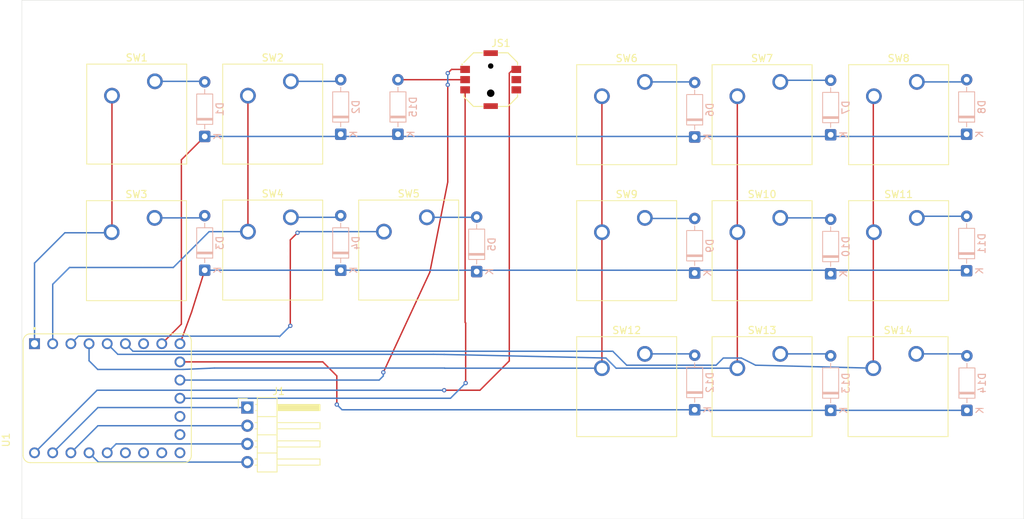
<source format=kicad_pcb>
(kicad_pcb (version 20241229) (generator "pcbnew") (generator_version "9.0")
  (layers (0 "F.Cu" signal) (2 "B.Cu" signal) (13 "F.Paste" user) (15 "B.Paste" user) (5 "F.SilkS" user "F.Silkscreen") (7 "B.SilkS" user "B.Silkscreen") (1 "F.Mask" user) (3 "B.Mask" user) (25 "Edge.Cuts" user))
  (net 0 "")
  (net 1 "Net-(D1-A)")
  (net 2 "row1")
  (net 3 "Net-(D2-A)")
  (net 4 "Net-(D3-A)")
  (net 5 "Net-(D4-A)")
  (net 6 "row0")
  (net 7 "Net-(D5-A)")
  (net 8 "Net-(D6-A)")
  (net 9 "Net-(D7-A)")
  (net 10 "Net-(D8-A)")
  (net 11 "Net-(D9-A)")
  (net 12 "Net-(D10-A)")
  (net 13 "Net-(D11-A)")
  (net 14 "row2")
  (net 15 "Net-(D12-A)")
  (net 16 "Net-(D13-A)")
  (net 17 "Net-(D14-A)")
  (net 18 "/SDA")
  (net 19 "/3V3")
  (net 20 "/SCL")
  (net 21 "/GND")
  (net 25 "/col0")
  (net 29 "/col2")
  (net 30 "/col1")
  (net 31 "/col3")
  (net 32 "/col4")
  (net 34 "/col5")
  (net 35 "/JS_Y")
  (net 36 "/JS_X")
  (net 37 "/JS1VCC")
  (net 38 "Net-(D15-A)")
  (footprint "RP2040-ZERO:MODULE_RP2040-ZERO" (layer "F.Cu") (at 93.42 115.62 90)
    (property "Reference" "U1" (at -5.825 -14.135 90) (layer "F.SilkS"))
    (property "Value" "RP2040-ZERO")
    (fp_line (start 8 -11.75) (end -8 -11.75) (stroke (width 0.127)) (layer "F.SilkS"))
    (fp_line (start -9 -10.75) (end -9 10.75) (stroke (width 0.127)) (layer "F.SilkS"))
    (fp_line (start 9 10.75) (end 9 -10.75) (stroke (width 0.127)) (layer "F.SilkS"))
    (fp_line (start -8 11.75) (end 8 11.75) (stroke (width 0.127)) (layer "F.SilkS"))
    (fp_arc (start 8 -11.75) (mid 8.707107 -11.457107) (end 9 -10.75) (stroke (width 0.127)) (layer "F.SilkS"))
    (fp_arc (start -9 -10.75) (mid -8.707107 -11.457107) (end -8 -11.75) (stroke (width 0.127)) (layer "F.SilkS"))
    (fp_arc (start 9 10.75) (mid 8.707107 11.457107) (end 8 11.75) (stroke (width 0.127)) (layer "F.SilkS"))
    (fp_arc (start -8 11.75) (mid -8.707107 11.457107) (end -9 10.75) (stroke (width 0.127)) (layer "F.SilkS"))
    (fp_circle (center 9.75 -10.16) (end 9.85 -10.16) (stroke (width 0.2)) (fill no) (layer "F.SilkS"))
    (pad "1" thru_hole rect (at 7.62 -10.16 90) (size 1.508 1.508) (drill 1) (layers "*.Cu" "*.Mask") (net 25 "/col0"))
    (pad "2" thru_hole circle (at 7.62 -7.62 90) (size 1.508 1.508) (drill 1) (layers "*.Cu" "*.Mask") (net 30 "/col1"))
    (pad "3" thru_hole circle (at 7.62 -5.08 90) (size 1.508 1.508) (drill 1) (layers "*.Cu" "*.Mask") (net 29 "/col2"))
    (pad "4" thru_hole circle (at 7.62 -2.54 90) (size 1.508 1.508) (drill 1) (layers "*.Cu" "*.Mask") (net 31 "/col3"))
    (pad "5" thru_hole circle (at 7.62 0 90) (size 1.508 1.508) (drill 1) (layers "*.Cu" "*.Mask") (net 32 "/col4"))
    (pad "6" thru_hole circle (at 7.62 2.54 90) (size 1.508 1.508) (drill 1) (layers "*.Cu" "*.Mask") (net 34 "/col5"))
    (pad "7" thru_hole circle (at 7.62 5.08 90) (size 1.508 1.508) (drill 1) (layers "*.Cu" "*.Mask"))
    (pad "8" thru_hole circle (at 7.62 7.62 90) (size 1.508 1.508) (drill 1) (layers "*.Cu" "*.Mask") (net 6 "row0"))
    (pad "9" thru_hole circle (at 7.62 10.16 90) (size 1.508 1.508) (drill 1) (layers "*.Cu" "*.Mask") (net 2 "row1"))
    (pad "10" thru_hole circle (at 5.08 10.16 90) (size 1.508 1.508) (drill 1) (layers "*.Cu" "*.Mask") (net 14 "row2"))
    (pad "11" thru_hole circle (at 2.54 10.16 90) (size 1.508 1.508) (drill 1) (layers "*.Cu" "*.Mask") (net 36 "/JS_X"))
    (pad "12" thru_hole circle (at 0 10.16 90) (size 1.508 1.508) (drill 1) (layers "*.Cu" "*.Mask") (net 35 "/JS_Y"))
    (pad "13" thru_hole circle (at -2.54 10.16 90) (size 1.508 1.508) (drill 1) (layers "*.Cu" "*.Mask"))
    (pad "14" thru_hole circle (at -5.08 10.16 90) (size 1.508 1.508) (drill 1) (layers "*.Cu" "*.Mask"))
    (pad "15" thru_hole circle (at -7.62 10.16 90) (size 1.508 1.508) (drill 1) (layers "*.Cu" "*.Mask"))
    (pad "16" thru_hole circle (at -7.62 7.62 90) (size 1.508 1.508) (drill 1) (layers "*.Cu" "*.Mask"))
    (pad "17" thru_hole circle (at -7.62 5.08 90) (size 1.508 1.508) (drill 1) (layers "*.Cu" "*.Mask"))
    (pad "18" thru_hole circle (at -7.62 2.54 90) (size 1.508 1.508) (drill 1) (layers "*.Cu" "*.Mask"))
    (pad "19" thru_hole circle (at -7.62 0 90) (size 1.508 1.508) (drill 1) (layers "*.Cu" "*.Mask") (net 20 "/SCL"))
    (pad "20" thru_hole circle (at -7.62 -2.54 90) (size 1.508 1.508) (drill 1) (layers "*.Cu" "*.Mask") (net 18 "/SDA"))
    (pad "21" thru_hole circle (at -7.62 -5.08 90) (size 1.508 1.508) (drill 1) (layers "*.Cu" "*.Mask") (net 19 "/3V3"))
    (pad "22" thru_hole circle (at -7.62 -7.62 90) (size 1.508 1.508) (drill 1) (layers "*.Cu" "*.Mask") (net 21 "/GND"))
    (pad "23" thru_hole circle (at -7.62 -10.16 90) (size 1.508 1.508) (drill 1) (layers "*.Cu" "*.Mask") (net 37 "/JS1VCC"))
  )
  (footprint "Button_Switch_Keyboard:SW_Cherry_MX_1.00u_PCB" (layer "F.Cu") (at 187.46 108.92)
    (property "Reference" "SW13" (at -2.54 -2.794 0) (layer "F.SilkS"))
    (property "Value" "SW_Push")
    (fp_line (start -9.525 -1.905) (end 4.445 -1.905) (stroke (width 0.12)) (layer "F.SilkS"))
    (fp_line (start -9.525 12.065) (end -9.525 -1.905) (stroke (width 0.12)) (layer "F.SilkS"))
    (fp_line (start 4.445 -1.905) (end 4.445 12.065) (stroke (width 0.12)) (layer "F.SilkS"))
    (fp_line (start 4.445 12.065) (end -9.525 12.065) (stroke (width 0.12)) (layer "F.SilkS"))
    (pad "" np_thru_hole circle (at -7.62 5.08) (size 1.7 1.7) (drill 1.7) (layers "*.Cu" "*.Mask"))
    (pad "" np_thru_hole circle (at -2.54 5.08) (size 4 4) (drill 4) (layers "*.Cu" "*.Mask"))
    (pad "" np_thru_hole circle (at 2.54 5.08) (size 1.7 1.7) (drill 1.7) (layers "*.Cu" "*.Mask"))
    (pad "1" thru_hole circle (at -6 2.5) (size 2.2 2.2) (drill 1.5) (layers "*.Cu" "*.Mask") (net 32 "/col4"))
    (pad "2" thru_hole circle (at 0 0.5) (size 2.2 2.2) (drill 1.5) (layers "*.Cu" "*.Mask") (net 16 "Net-(D13-A)"))
  )
  (footprint "Button_Switch_Keyboard:SW_Cherry_MX_1.00u_PCB" (layer "F.Cu") (at 206.54 70.92)
    (property "Reference" "SW8" (at -2.54 -2.794 0) (layer "F.SilkS"))
    (property "Value" "SW_Push")
    (fp_line (start -9.525 -1.905) (end 4.445 -1.905) (stroke (width 0.12)) (layer "F.SilkS"))
    (fp_line (start -9.525 12.065) (end -9.525 -1.905) (stroke (width 0.12)) (layer "F.SilkS"))
    (fp_line (start 4.445 -1.905) (end 4.445 12.065) (stroke (width 0.12)) (layer "F.SilkS"))
    (fp_line (start 4.445 12.065) (end -9.525 12.065) (stroke (width 0.12)) (layer "F.SilkS"))
    (pad "" np_thru_hole circle (at -7.62 5.08) (size 1.7 1.7) (drill 1.7) (layers "*.Cu" "*.Mask"))
    (pad "" np_thru_hole circle (at -2.54 5.08) (size 4 4) (drill 4) (layers "*.Cu" "*.Mask"))
    (pad "" np_thru_hole circle (at 2.54 5.08) (size 1.7 1.7) (drill 1.7) (layers "*.Cu" "*.Mask"))
    (pad "1" thru_hole circle (at -6 2.5) (size 2.2 2.2) (drill 1.5) (layers "*.Cu" "*.Mask") (net 34 "/col5"))
    (pad "2" thru_hole circle (at 0 0.5) (size 2.2 2.2) (drill 1.5) (layers "*.Cu" "*.Mask") (net 10 "Net-(D8-A)"))
  )
  (footprint "Button_Switch_Keyboard:SW_Cherry_MX_1.00u_PCB" (layer "F.Cu") (at 119.08 89.84)
    (property "Reference" "SW4" (at -2.54 -2.794 0) (layer "F.SilkS"))
    (property "Value" "SW_Push" (hide yes))
    (fp_line (start -9.525 -1.905) (end 4.445 -1.905) (stroke (width 0.12)) (layer "F.SilkS"))
    (fp_line (start -9.525 12.065) (end -9.525 -1.905) (stroke (width 0.12)) (layer "F.SilkS"))
    (fp_line (start 4.445 -1.905) (end 4.445 12.065) (stroke (width 0.12)) (layer "F.SilkS"))
    (fp_line (start 4.445 12.065) (end -9.525 12.065) (stroke (width 0.12)) (layer "F.SilkS"))
    (pad "" np_thru_hole circle (at -7.62 5.08) (size 1.7 1.7) (drill 1.7) (layers "*.Cu" "*.Mask"))
    (pad "" np_thru_hole circle (at -2.54 5.08) (size 4 4) (drill 4) (layers "*.Cu" "*.Mask"))
    (pad "" np_thru_hole circle (at 2.54 5.08) (size 1.7 1.7) (drill 1.7) (layers "*.Cu" "*.Mask"))
    (pad "1" thru_hole circle (at -6 2.5) (size 2.2 2.2) (drill 1.5) (layers "*.Cu" "*.Mask") (net 30 "/col1"))
    (pad "2" thru_hole circle (at 0 0.5) (size 2.2 2.2) (drill 1.5) (layers "*.Cu" "*.Mask") (net 5 "Net-(D4-A)"))
  )
  (footprint "Button_Switch_Keyboard:SW_Cherry_MX_1.00u_PCB" (layer "F.Cu") (at 206.54 89.92)
    (property "Reference" "SW11" (at -2.54 -2.794 0) (layer "F.SilkS"))
    (property "Value" "SW_Push")
    (fp_line (start -9.525 -1.905) (end 4.445 -1.905) (stroke (width 0.12)) (layer "F.SilkS"))
    (fp_line (start -9.525 12.065) (end -9.525 -1.905) (stroke (width 0.12)) (layer "F.SilkS"))
    (fp_line (start 4.445 -1.905) (end 4.445 12.065) (stroke (width 0.12)) (layer "F.SilkS"))
    (fp_line (start 4.445 12.065) (end -9.525 12.065) (stroke (width 0.12)) (layer "F.SilkS"))
    (pad "" np_thru_hole circle (at -7.62 5.08) (size 1.7 1.7) (drill 1.7) (layers "*.Cu" "*.Mask"))
    (pad "" np_thru_hole circle (at -2.54 5.08) (size 4 4) (drill 4) (layers "*.Cu" "*.Mask"))
    (pad "" np_thru_hole circle (at 2.54 5.08) (size 1.7 1.7) (drill 1.7) (layers "*.Cu" "*.Mask"))
    (pad "1" thru_hole circle (at -6 2.5) (size 2.2 2.2) (drill 1.5) (layers "*.Cu" "*.Mask") (net 34 "/col5"))
    (pad "2" thru_hole circle (at 0 0.5) (size 2.2 2.2) (drill 1.5) (layers "*.Cu" "*.Mask") (net 13 "Net-(D11-A)"))
  )
  (footprint "Button_Switch_Keyboard:SW_Cherry_MX_1.00u_PCB" (layer "F.Cu") (at 119.08 70.84)
    (property "Reference" "SW2" (at -2.54 -2.794 0) (layer "F.SilkS"))
    (property "Value" "SW_Push")
    (fp_line (start -9.525 -1.905) (end 4.445 -1.905) (stroke (width 0.12)) (layer "F.SilkS"))
    (fp_line (start -9.525 12.065) (end -9.525 -1.905) (stroke (width 0.12)) (layer "F.SilkS"))
    (fp_line (start 4.445 -1.905) (end 4.445 12.065) (stroke (width 0.12)) (layer "F.SilkS"))
    (fp_line (start 4.445 12.065) (end -9.525 12.065) (stroke (width 0.12)) (layer "F.SilkS"))
    (pad "" np_thru_hole circle (at -7.62 5.08) (size 1.7 1.7) (drill 1.7) (layers "*.Cu" "*.Mask"))
    (pad "" np_thru_hole circle (at -2.54 5.08) (size 4 4) (drill 4) (layers "*.Cu" "*.Mask"))
    (pad "" np_thru_hole circle (at 2.54 5.08) (size 1.7 1.7) (drill 1.7) (layers "*.Cu" "*.Mask"))
    (pad "1" thru_hole circle (at -6 2.5) (size 2.2 2.2) (drill 1.5) (layers "*.Cu" "*.Mask") (net 30 "/col1"))
    (pad "2" thru_hole circle (at 0 0.5) (size 2.2 2.2) (drill 1.5) (layers "*.Cu" "*.Mask") (net 3 "Net-(D2-A)"))
  )
  (footprint "Connector_PinHeader_2.54mm:PinHeader_1x04_P2.54mm_Horizontal" (layer "F.Cu") (at 113 116.92)
    (property "Reference" "J1" (at 4.385 -2.27 0) (layer "F.SilkS"))
    (property "Value" "Conn_01x04")
    (fp_line (start -1.27 -1.27) (end 0 -1.27) (stroke (width 0.12)) (layer "F.SilkS"))
    (fp_line (start -1.27 0) (end -1.27 -1.27) (stroke (width 0.12)) (layer "F.SilkS"))
    (fp_line (start 1.077358 2.11) (end 1.39 2.11) (stroke (width 0.12)) (layer "F.SilkS"))
    (fp_line (start 1.077358 2.97) (end 1.39 2.97) (stroke (width 0.12)) (layer "F.SilkS"))
    (fp_line (start 1.077358 4.65) (end 1.39 4.65) (stroke (width 0.12)) (layer "F.SilkS"))
    (fp_line (start 1.077358 5.51) (end 1.39 5.51) (stroke (width 0.12)) (layer "F.SilkS"))
    (fp_line (start 1.077358 7.19) (end 1.39 7.19) (stroke (width 0.12)) (layer "F.SilkS"))
    (fp_line (start 1.077358 8.05) (end 1.39 8.05) (stroke (width 0.12)) (layer "F.SilkS"))
    (fp_line (start 1.16 -0.43) (end 1.39 -0.43) (stroke (width 0.12)) (layer "F.SilkS"))
    (fp_line (start 1.16 0.43) (end 1.39 0.43) (stroke (width 0.12)) (layer "F.SilkS"))
    (fp_line (start 1.39 -1.38) (end 1.39 9) (stroke (width 0.12)) (layer "F.SilkS"))
    (fp_line (start 1.39 1.27) (end 4.15 1.27) (stroke (width 0.12)) (layer "F.SilkS"))
    (fp_line (start 1.39 3.81) (end 4.15 3.81) (stroke (width 0.12)) (layer "F.SilkS"))
    (fp_line (start 1.39 6.35) (end 4.15 6.35) (stroke (width 0.12)) (layer "F.SilkS"))
    (fp_line (start 1.39 9) (end 4.15 9) (stroke (width 0.12)) (layer "F.SilkS"))
    (fp_line (start 4.15 -1.38) (end 1.39 -1.38) (stroke (width 0.12)) (layer "F.SilkS"))
    (fp_line (start 4.15 2.11) (end 10.15 2.11) (stroke (width 0.12)) (layer "F.SilkS"))
    (fp_line (start 4.15 4.65) (end 10.15 4.65) (stroke (width 0.12)) (layer "F.SilkS"))
    (fp_line (start 4.15 7.19) (end 10.15 7.19) (stroke (width 0.12)) (layer "F.SilkS"))
    (fp_line (start 4.15 9) (end 4.15 -1.38) (stroke (width 0.12)) (layer "F.SilkS"))
    (fp_line (start 10.15 2.11) (end 10.15 2.97) (stroke (width 0.12)) (layer "F.SilkS"))
    (fp_line (start 10.15 2.97) (end 4.15 2.97) (stroke (width 0.12)) (layer "F.SilkS"))
    (fp_line (start 10.15 4.65) (end 10.15 5.51) (stroke (width 0.12)) (layer "F.SilkS"))
    (fp_line (start 10.15 5.51) (end 4.15 5.51) (stroke (width 0.12)) (layer "F.SilkS"))
    (fp_line (start 10.15 7.19) (end 10.15 8.05) (stroke (width 0.12)) (layer "F.SilkS"))
    (fp_line (start 10.15 8.05) (end 4.15 8.05) (stroke (width 0.12)) (layer "F.SilkS"))
    (fp_rect (start 4.15 -0.43) (end 10.15 0.43) (stroke (width 0.12)) (fill yes) (layer "F.SilkS"))
    (pad "1" thru_hole rect (at 0 0) (size 1.7 1.7) (drill 1) (layers "*.Cu" "*.Mask") (net 21 "/GND"))
    (pad "2" thru_hole circle (at 0 2.54) (size 1.7 1.7) (drill 1) (layers "*.Cu" "*.Mask") (net 19 "/3V3"))
    (pad "3" thru_hole circle (at 0 5.08) (size 1.7 1.7) (drill 1) (layers "*.Cu" "*.Mask") (net 20 "/SCL"))
    (pad "4" thru_hole circle (at 0 7.62) (size 1.7 1.7) (drill 1) (layers "*.Cu" "*.Mask") (net 18 "/SDA"))
  )
  (footprint "Button_Switch_Keyboard:SW_Cherry_MX_1.00u_PCB" (layer "F.Cu") (at 187.46 70.92)
    (property "Reference" "SW7" (at -2.54 -2.794 0) (layer "F.SilkS"))
    (property "Value" "SW_Push")
    (fp_line (start -9.525 -1.905) (end 4.445 -1.905) (stroke (width 0.12)) (layer "F.SilkS"))
    (fp_line (start -9.525 12.065) (end -9.525 -1.905) (stroke (width 0.12)) (layer "F.SilkS"))
    (fp_line (start 4.445 -1.905) (end 4.445 12.065) (stroke (width 0.12)) (layer "F.SilkS"))
    (fp_line (start 4.445 12.065) (end -9.525 12.065) (stroke (width 0.12)) (layer "F.SilkS"))
    (pad "" np_thru_hole circle (at -7.62 5.08) (size 1.7 1.7) (drill 1.7) (layers "*.Cu" "*.Mask"))
    (pad "" np_thru_hole circle (at -2.54 5.08) (size 4 4) (drill 4) (layers "*.Cu" "*.Mask"))
    (pad "" np_thru_hole circle (at 2.54 5.08) (size 1.7 1.7) (drill 1.7) (layers "*.Cu" "*.Mask"))
    (pad "1" thru_hole circle (at -6 2.5) (size 2.2 2.2) (drill 1.5) (layers "*.Cu" "*.Mask") (net 32 "/col4"))
    (pad "2" thru_hole circle (at 0 0.5) (size 2.2 2.2) (drill 1.5) (layers "*.Cu" "*.Mask") (net 9 "Net-(D7-A)"))
  )
  (footprint "Button_Switch_Keyboard:SW_Cherry_MX_1.00u_PCB" (layer "F.Cu") (at 138.08 89.84)
    (property "Reference" "SW5" (at -2.54 -2.794 0) (layer "F.SilkS"))
    (property "Value" "SW_Push")
    (fp_line (start -9.525 -1.905) (end 4.445 -1.905) (stroke (width 0.12)) (layer "F.SilkS"))
    (fp_line (start -9.525 12.065) (end -9.525 -1.905) (stroke (width 0.12)) (layer "F.SilkS"))
    (fp_line (start 4.445 -1.905) (end 4.445 12.065) (stroke (width 0.12)) (layer "F.SilkS"))
    (fp_line (start 4.445 12.065) (end -9.525 12.065) (stroke (width 0.12)) (layer "F.SilkS"))
    (pad "" np_thru_hole circle (at -7.62 5.08) (size 1.7 1.7) (drill 1.7) (layers "*.Cu" "*.Mask"))
    (pad "" np_thru_hole circle (at -2.54 5.08) (size 4 4) (drill 4) (layers "*.Cu" "*.Mask"))
    (pad "" np_thru_hole circle (at 2.54 5.08) (size 1.7 1.7) (drill 1.7) (layers "*.Cu" "*.Mask"))
    (pad "1" thru_hole circle (at -6 2.5) (size 2.2 2.2) (drill 1.5) (layers "*.Cu" "*.Mask") (net 29 "/col2"))
    (pad "2" thru_hole circle (at 0 0.5) (size 2.2 2.2) (drill 1.5) (layers "*.Cu" "*.Mask") (net 7 "Net-(D5-A)"))
  )
  (footprint "joy:SW_SKRHABE010_SMD" (layer "F.Cu") (at 147 71.1)
    (property "Reference" "JS1" (at 0 -4.5 0) (layer "F.SilkS") (effects (justify left bottom)))
    (property "Value" "joystick_analog")
    (fp_line (start -3.75 -2.4) (end -2.4 -3.75) (stroke (width 0.15)) (layer "F.SilkS"))
    (fp_line (start -3.75 2.4) (end -3.75 2.05) (stroke (width 0.15)) (layer "F.SilkS"))
    (fp_line (start -3.75 2.4) (end -2.4 3.75) (stroke (width 0.15)) (layer "F.SilkS"))
    (fp_line (start -1.1 -3.75) (end -2.4 -3.75) (stroke (width 0.15)) (layer "F.SilkS"))
    (fp_line (start -1.1 3.75) (end -2.4 3.75) (stroke (width 0.15)) (layer "F.SilkS"))
    (fp_line (start 1.1 -3.75) (end 2.4 -3.75) (stroke (width 0.15)) (layer "F.SilkS"))
    (fp_line (start 1.1 3.75) (end 2.4 3.75) (stroke (width 0.15)) (layer "F.SilkS"))
    (fp_line (start 3.75 -2.4) (end 2.4 -3.75) (stroke (width 0.15)) (layer "F.SilkS"))
    (fp_line (start 3.75 -2.4) (end 3.75 -2.05) (stroke (width 0.15)) (layer "F.SilkS"))
    (fp_line (start 3.75 2.4) (end 2.4 3.75) (stroke (width 0.15)) (layer "F.SilkS"))
    (fp_line (start 3.75 2.4) (end 3.75 2.05) (stroke (width 0.15)) (layer "F.SilkS"))
    (fp_circle (center -4 -2.125) (end -3.95 -2.125) (stroke (width 0.15)) (fill yes) (layer "F.SilkS"))
    (pad "" np_thru_hole circle (at 0 -1.9) (size 0.75 0.75) (drill 0.75) (layers "*.Mask"))
    (pad "" np_thru_hole circle (at 0 1.9) (size 1.05 1.05) (drill 1.05) (layers "*.Mask"))
    (pad "1" smd rect (at -3.575 -1.425 90) (size 1 1.35) (layers "F.Cu" "F.Mask" "F.Paste") (net 36 "/JS_X"))
    (pad "2" smd rect (at -3.575 0 90) (size 1 1.35) (layers "F.Cu" "F.Mask" "F.Paste") (net 38 "Net-(D15-A)"))
    (pad "3" smd rect (at -3.575 1.425 90) (size 1 1.35) (layers "F.Cu" "F.Mask" "F.Paste") (net 35 "/JS_Y"))
    (pad "4" smd rect (at 3.575 -1.425 90) (size 1 1.35) (layers "F.Cu" "F.Mask" "F.Paste") (net 37 "/JS1VCC"))
    (pad "5" smd rect (at 3.575 0 90) (size 1 1.35) (layers "F.Cu" "F.Mask" "F.Paste"))
    (pad "6" smd rect (at 3.575 1.425 90) (size 1 1.35) (layers "F.Cu" "F.Mask" "F.Paste"))
    (pad "MP" smd rect (at 0 -3.7 90) (size 0.8 2) (layers "F.Cu" "F.Mask" "F.Paste"))
    (pad "MP" smd rect (at 0 3.7 90) (size 0.8 2) (layers "F.Cu" "F.Mask" "F.Paste"))
  )
  (footprint "Button_Switch_Keyboard:SW_Cherry_MX_1.00u_PCB" (layer "F.Cu") (at 168.54 89.92)
    (property "Reference" "SW9" (at -2.54 -2.794 0) (layer "F.SilkS"))
    (property "Value" "SW_Push")
    (fp_line (start -9.525 -1.905) (end 4.445 -1.905) (stroke (width 0.12)) (layer "F.SilkS"))
    (fp_line (start -9.525 12.065) (end -9.525 -1.905) (stroke (width 0.12)) (layer "F.SilkS"))
    (fp_line (start 4.445 -1.905) (end 4.445 12.065) (stroke (width 0.12)) (layer "F.SilkS"))
    (fp_line (start 4.445 12.065) (end -9.525 12.065) (stroke (width 0.12)) (layer "F.SilkS"))
    (pad "" np_thru_hole circle (at -7.62 5.08) (size 1.7 1.7) (drill 1.7) (layers "*.Cu" "*.Mask"))
    (pad "" np_thru_hole circle (at -2.54 5.08) (size 4 4) (drill 4) (layers "*.Cu" "*.Mask"))
    (pad "" np_thru_hole circle (at 2.54 5.08) (size 1.7 1.7) (drill 1.7) (layers "*.Cu" "*.Mask"))
    (pad "1" thru_hole circle (at -6 2.5) (size 2.2 2.2) (drill 1.5) (layers "*.Cu" "*.Mask") (net 31 "/col3"))
    (pad "2" thru_hole circle (at 0 0.5) (size 2.2 2.2) (drill 1.5) (layers "*.Cu" "*.Mask") (net 11 "Net-(D9-A)"))
  )
  (footprint "Button_Switch_Keyboard:SW_Cherry_MX_1.00u_PCB" (layer "F.Cu") (at 100.04 89.92)
    (property "Reference" "SW3" (at -2.54 -2.794 0) (layer "F.SilkS"))
    (property "Value" "SW_Push")
    (fp_line (start -9.525 -1.905) (end 4.445 -1.905) (stroke (width 0.12)) (layer "F.SilkS"))
    (fp_line (start -9.525 12.065) (end -9.525 -1.905) (stroke (width 0.12)) (layer "F.SilkS"))
    (fp_line (start 4.445 -1.905) (end 4.445 12.065) (stroke (width 0.12)) (layer "F.SilkS"))
    (fp_line (start 4.445 12.065) (end -9.525 12.065) (stroke (width 0.12)) (layer "F.SilkS"))
    (pad "" np_thru_hole circle (at -7.62 5.08) (size 1.7 1.7) (drill 1.7) (layers "*.Cu" "*.Mask"))
    (pad "" np_thru_hole circle (at -2.54 5.08) (size 4 4) (drill 4) (layers "*.Cu" "*.Mask"))
    (pad "" np_thru_hole circle (at 2.54 5.08) (size 1.7 1.7) (drill 1.7) (layers "*.Cu" "*.Mask"))
    (pad "1" thru_hole circle (at -6 2.5) (size 2.2 2.2) (drill 1.5) (layers "*.Cu" "*.Mask") (net 25 "/col0"))
    (pad "2" thru_hole circle (at 0 0.5) (size 2.2 2.2) (drill 1.5) (layers "*.Cu" "*.Mask") (net 4 "Net-(D3-A)"))
  )
  (footprint "Button_Switch_Keyboard:SW_Cherry_MX_1.00u_PCB" (layer "F.Cu") (at 206.46 108.92)
    (property "Reference" "SW14" (at -2.54 -2.794 0) (layer "F.SilkS"))
    (property "Value" "SW_Push")
    (fp_line (start -9.525 -1.905) (end 4.445 -1.905) (stroke (width 0.12)) (layer "F.SilkS"))
    (fp_line (start -9.525 12.065) (end -9.525 -1.905) (stroke (width 0.12)) (layer "F.SilkS"))
    (fp_line (start 4.445 -1.905) (end 4.445 12.065) (stroke (width 0.12)) (layer "F.SilkS"))
    (fp_line (start 4.445 12.065) (end -9.525 12.065) (stroke (width 0.12)) (layer "F.SilkS"))
    (pad "" np_thru_hole circle (at -7.62 5.08) (size 1.7 1.7) (drill 1.7) (layers "*.Cu" "*.Mask"))
    (pad "" np_thru_hole circle (at -2.54 5.08) (size 4 4) (drill 4) (layers "*.Cu" "*.Mask"))
    (pad "" np_thru_hole circle (at 2.54 5.08) (size 1.7 1.7) (drill 1.7) (layers "*.Cu" "*.Mask"))
    (pad "1" thru_hole circle (at -6 2.5) (size 2.2 2.2) (drill 1.5) (layers "*.Cu" "*.Mask") (net 34 "/col5"))
    (pad "2" thru_hole circle (at 0 0.5) (size 2.2 2.2) (drill 1.5) (layers "*.Cu" "*.Mask") (net 17 "Net-(D14-A)"))
  )
  (footprint "Button_Switch_Keyboard:SW_Cherry_MX_1.00u_PCB" (layer "F.Cu") (at 100.08 70.84)
    (property "Reference" "SW1" (at -2.54 -2.794 0) (layer "F.SilkS"))
    (property "Value" "SW_Push")
    (fp_line (start -9.525 -1.905) (end 4.445 -1.905) (stroke (width 0.12)) (layer "F.SilkS"))
    (fp_line (start -9.525 12.065) (end -9.525 -1.905) (stroke (width 0.12)) (layer "F.SilkS"))
    (fp_line (start 4.445 -1.905) (end 4.445 12.065) (stroke (width 0.12)) (layer "F.SilkS"))
    (fp_line (start 4.445 12.065) (end -9.525 12.065) (stroke (width 0.12)) (layer "F.SilkS"))
    (pad "" np_thru_hole circle (at -7.62 5.08) (size 1.7 1.7) (drill 1.7) (layers "*.Cu" "*.Mask"))
    (pad "" np_thru_hole circle (at -2.54 5.08) (size 4 4) (drill 4) (layers "*.Cu" "*.Mask"))
    (pad "" np_thru_hole circle (at 2.54 5.08) (size 1.7 1.7) (drill 1.7) (layers "*.Cu" "*.Mask"))
    (pad "1" thru_hole circle (at -6 2.5) (size 2.2 2.2) (drill 1.5) (layers "*.Cu" "*.Mask") (net 25 "/col0"))
    (pad "2" thru_hole circle (at 0 0.5) (size 2.2 2.2) (drill 1.5) (layers "*.Cu" "*.Mask") (net 1 "Net-(D1-A)"))
  )
  (footprint "Button_Switch_Keyboard:SW_Cherry_MX_1.00u_PCB" (layer "F.Cu") (at 168.54 70.92)
    (property "Reference" "SW6" (at -2.54 -2.794 0) (layer "F.SilkS"))
    (property "Value" "SW_Push")
    (fp_line (start -9.525 -1.905) (end 4.445 -1.905) (stroke (width 0.12)) (layer "F.SilkS"))
    (fp_line (start -9.525 12.065) (end -9.525 -1.905) (stroke (width 0.12)) (layer "F.SilkS"))
    (fp_line (start 4.445 -1.905) (end 4.445 12.065) (stroke (width 0.12)) (layer "F.SilkS"))
    (fp_line (start 4.445 12.065) (end -9.525 12.065) (stroke (width 0.12)) (layer "F.SilkS"))
    (pad "" np_thru_hole circle (at -7.62 5.08) (size 1.7 1.7) (drill 1.7) (layers "*.Cu" "*.Mask"))
    (pad "" np_thru_hole circle (at -2.54 5.08) (size 4 4) (drill 4) (layers "*.Cu" "*.Mask"))
    (pad "" np_thru_hole circle (at 2.54 5.08) (size 1.7 1.7) (drill 1.7) (layers "*.Cu" "*.Mask"))
    (pad "1" thru_hole circle (at -6 2.5) (size 2.2 2.2) (drill 1.5) (layers "*.Cu" "*.Mask") (net 31 "/col3"))
    (pad "2" thru_hole circle (at 0 0.5) (size 2.2 2.2) (drill 1.5) (layers "*.Cu" "*.Mask") (net 8 "Net-(D6-A)"))
  )
  (footprint "Button_Switch_Keyboard:SW_Cherry_MX_1.00u_PCB" (layer "F.Cu") (at 168.54 108.92)
    (property "Reference" "SW12" (at -2.54 -2.794 0) (layer "F.SilkS"))
    (property "Value" "SW_Push")
    (fp_line (start -9.525 -1.905) (end 4.445 -1.905) (stroke (width 0.12)) (layer "F.SilkS"))
    (fp_line (start -9.525 12.065) (end -9.525 -1.905) (stroke (width 0.12)) (layer "F.SilkS"))
    (fp_line (start 4.445 -1.905) (end 4.445 12.065) (stroke (width 0.12)) (layer "F.SilkS"))
    (fp_line (start 4.445 12.065) (end -9.525 12.065) (stroke (width 0.12)) (layer "F.SilkS"))
    (pad "" np_thru_hole circle (at -7.62 5.08) (size 1.7 1.7) (drill 1.7) (layers "*.Cu" "*.Mask"))
    (pad "" np_thru_hole circle (at -2.54 5.08) (size 4 4) (drill 4) (layers "*.Cu" "*.Mask"))
    (pad "" np_thru_hole circle (at 2.54 5.08) (size 1.7 1.7) (drill 1.7) (layers "*.Cu" "*.Mask"))
    (pad "1" thru_hole circle (at -6 2.5) (size 2.2 2.2) (drill 1.5) (layers "*.Cu" "*.Mask") (net 31 "/col3"))
    (pad "2" thru_hole circle (at 0 0.5) (size 2.2 2.2) (drill 1.5) (layers "*.Cu" "*.Mask") (net 15 "Net-(D12-A)"))
  )
  (footprint "Button_Switch_Keyboard:SW_Cherry_MX_1.00u_PCB" (layer "F.Cu") (at 187.46 89.92)
    (property "Reference" "SW10" (at -2.54 -2.794 0) (layer "F.SilkS"))
    (property "Value" "SW_Push")
    (fp_line (start -9.525 -1.905) (end 4.445 -1.905) (stroke (width 0.12)) (layer "F.SilkS"))
    (fp_line (start -9.525 12.065) (end -9.525 -1.905) (stroke (width 0.12)) (layer "F.SilkS"))
    (fp_line (start 4.445 -1.905) (end 4.445 12.065) (stroke (width 0.12)) (layer "F.SilkS"))
    (fp_line (start 4.445 12.065) (end -9.525 12.065) (stroke (width 0.12)) (layer "F.SilkS"))
    (pad "" np_thru_hole circle (at -7.62 5.08) (size 1.7 1.7) (drill 1.7) (layers "*.Cu" "*.Mask"))
    (pad "" np_thru_hole circle (at -2.54 5.08) (size 4 4) (drill 4) (layers "*.Cu" "*.Mask"))
    (pad "" np_thru_hole circle (at 2.54 5.08) (size 1.7 1.7) (drill 1.7) (layers "*.Cu" "*.Mask"))
    (pad "1" thru_hole circle (at -6 2.5) (size 2.2 2.2) (drill 1.5) (layers "*.Cu" "*.Mask") (net 32 "/col4"))
    (pad "2" thru_hole circle (at 0 0.5) (size 2.2 2.2) (drill 1.5) (layers "*.Cu" "*.Mask") (net 12 "Net-(D10-A)"))
  )
  (footprint "Diode_THT:D_DO-35_SOD27_P7.62mm_Horizontal" (layer "B.Cu") (at 145.04 97.92 90)
    (property "Reference" "D5" (at 3.81 2.12 90) (layer "B.SilkS") (effects (justify mirror)))
    (property "Value" "D")
    (fp_line (start 6.58 0) (end 5.93 0) (stroke (width 0.12)) (layer "B.SilkS"))
    (fp_line (start 1.04 0) (end 1.69 0) (stroke (width 0.12)) (layer "B.SilkS"))
    (fp_line (start 2.53 1.12) (end 2.53 -1.12) (stroke (width 0.12)) (layer "B.SilkS"))
    (fp_line (start 2.41 1.12) (end 2.41 -1.12) (stroke (width 0.12)) (layer "B.SilkS"))
    (fp_line (start 2.29 1.12) (end 2.29 -1.12) (stroke (width 0.12)) (layer "B.SilkS"))
    (fp_rect (start 1.69 1.12) (end 5.93 -1.12) (stroke (width 0.12)) (fill no) (layer "B.SilkS"))
    (fp_text user "K" (at 0 1.8 90) (layer "B.SilkS") (effects (justify mirror)))
    (pad "1" thru_hole roundrect (at 0 0 90) (size 1.6 1.6) (drill 0.8) (layers "*.Cu" "*.Mask") (roundrect_rratio 0.15625) (net 2 "row1"))
    (pad "2" thru_hole circle (at 7.62 0 90) (size 1.6 1.6) (drill 0.8) (layers "*.Cu" "*.Mask") (net 7 "Net-(D5-A)"))
  )
  (footprint "Diode_THT:D_DO-35_SOD27_P7.62mm_Horizontal" (layer "B.Cu") (at 213.5 97.81 90)
    (property "Reference" "D11" (at 3.81 2.12 90) (layer "B.SilkS") (effects (justify mirror)))
    (property "Value" "D")
    (fp_line (start 6.58 0) (end 5.93 0) (stroke (width 0.12)) (layer "B.SilkS"))
    (fp_line (start 1.04 0) (end 1.69 0) (stroke (width 0.12)) (layer "B.SilkS"))
    (fp_line (start 2.53 1.12) (end 2.53 -1.12) (stroke (width 0.12)) (layer "B.SilkS"))
    (fp_line (start 2.41 1.12) (end 2.41 -1.12) (stroke (width 0.12)) (layer "B.SilkS"))
    (fp_line (start 2.29 1.12) (end 2.29 -1.12) (stroke (width 0.12)) (layer "B.SilkS"))
    (fp_rect (start 1.69 1.12) (end 5.93 -1.12) (stroke (width 0.12)) (fill no) (layer "B.SilkS"))
    (fp_text user "K" (at 0 1.8 90) (layer "B.SilkS") (effects (justify mirror)))
    (pad "1" thru_hole roundrect (at 0 0 90) (size 1.6 1.6) (drill 0.8) (layers "*.Cu" "*.Mask") (roundrect_rratio 0.15625) (net 2 "row1"))
    (pad "2" thru_hole circle (at 7.62 0 90) (size 1.6 1.6) (drill 0.8) (layers "*.Cu" "*.Mask") (net 13 "Net-(D11-A)"))
  )
  (footprint "Diode_THT:D_DO-35_SOD27_P7.62mm_Horizontal" (layer "B.Cu") (at 213.5 78.73 90)
    (property "Reference" "D8" (at 3.81 2.12 90) (layer "B.SilkS") (effects (justify mirror)))
    (property "Value" "D")
    (fp_line (start 6.58 0) (end 5.93 0) (stroke (width 0.12)) (layer "B.SilkS"))
    (fp_line (start 1.04 0) (end 1.69 0) (stroke (width 0.12)) (layer "B.SilkS"))
    (fp_line (start 2.53 1.12) (end 2.53 -1.12) (stroke (width 0.12)) (layer "B.SilkS"))
    (fp_line (start 2.41 1.12) (end 2.41 -1.12) (stroke (width 0.12)) (layer "B.SilkS"))
    (fp_line (start 2.29 1.12) (end 2.29 -1.12) (stroke (width 0.12)) (layer "B.SilkS"))
    (fp_rect (start 1.69 1.12) (end 5.93 -1.12) (stroke (width 0.12)) (fill no) (layer "B.SilkS"))
    (fp_text user "K" (at 0 1.8 90) (layer "B.SilkS") (effects (justify mirror)))
    (pad "1" thru_hole roundrect (at 0 0 90) (size 1.6 1.6) (drill 0.8) (layers "*.Cu" "*.Mask") (roundrect_rratio 0.15625) (net 6 "row0"))
    (pad "2" thru_hole circle (at 7.62 0 90) (size 1.6 1.6) (drill 0.8) (layers "*.Cu" "*.Mask") (net 10 "Net-(D8-A)"))
  )
  (footprint "Diode_THT:D_DO-35_SOD27_P7.62mm_Horizontal" (layer "B.Cu") (at 175.5 98.12 90)
    (property "Reference" "D9" (at 3.81 2.12 90) (layer "B.SilkS") (effects (justify mirror)))
    (property "Value" "D")
    (fp_line (start 6.58 0) (end 5.93 0) (stroke (width 0.12)) (layer "B.SilkS"))
    (fp_line (start 1.04 0) (end 1.69 0) (stroke (width 0.12)) (layer "B.SilkS"))
    (fp_line (start 2.53 1.12) (end 2.53 -1.12) (stroke (width 0.12)) (layer "B.SilkS"))
    (fp_line (start 2.41 1.12) (end 2.41 -1.12) (stroke (width 0.12)) (layer "B.SilkS"))
    (fp_line (start 2.29 1.12) (end 2.29 -1.12) (stroke (width 0.12)) (layer "B.SilkS"))
    (fp_rect (start 1.69 1.12) (end 5.93 -1.12) (stroke (width 0.12)) (fill no) (layer "B.SilkS"))
    (fp_text user "K" (at 0 1.8 90) (layer "B.SilkS") (effects (justify mirror)))
    (pad "1" thru_hole roundrect (at 0 0 90) (size 1.6 1.6) (drill 0.8) (layers "*.Cu" "*.Mask") (roundrect_rratio 0.15625) (net 2 "row1"))
    (pad "2" thru_hole circle (at 7.62 0 90) (size 1.6 1.6) (drill 0.8) (layers "*.Cu" "*.Mask") (net 11 "Net-(D9-A)"))
  )
  (footprint "Diode_THT:D_DO-35_SOD27_P7.62mm_Horizontal" (layer "B.Cu") (at 126.04 78.73 90)
    (property "Reference" "D2" (at 3.81 2.12 90) (layer "B.SilkS") (effects (justify mirror)))
    (property "Value" "D")
    (fp_line (start 6.58 0) (end 5.93 0) (stroke (width 0.12)) (layer "B.SilkS"))
    (fp_line (start 1.04 0) (end 1.69 0) (stroke (width 0.12)) (layer "B.SilkS"))
    (fp_line (start 2.53 1.12) (end 2.53 -1.12) (stroke (width 0.12)) (layer "B.SilkS"))
    (fp_line (start 2.41 1.12) (end 2.41 -1.12) (stroke (width 0.12)) (layer "B.SilkS"))
    (fp_line (start 2.29 1.12) (end 2.29 -1.12) (stroke (width 0.12)) (layer "B.SilkS"))
    (fp_rect (start 1.69 1.12) (end 5.93 -1.12) (stroke (width 0.12)) (fill no) (layer "B.SilkS"))
    (fp_text user "K" (at 0 1.8 90) (layer "B.SilkS") (effects (justify mirror)))
    (pad "1" thru_hole roundrect (at 0 0 90) (size 1.6 1.6) (drill 0.8) (layers "*.Cu" "*.Mask") (roundrect_rratio 0.15625) (net 6 "row0"))
    (pad "2" thru_hole circle (at 7.62 0 90) (size 1.6 1.6) (drill 0.8) (layers "*.Cu" "*.Mask") (net 3 "Net-(D2-A)"))
  )
  (footprint "Diode_THT:D_DO-35_SOD27_P7.62mm_Horizontal" (layer "B.Cu") (at 194.5 98.23 90)
    (property "Reference" "D10" (at 3.81 2.12 90) (layer "B.SilkS") (effects (justify mirror)))
    (property "Value" "D")
    (fp_line (start 6.58 0) (end 5.93 0) (stroke (width 0.12)) (layer "B.SilkS"))
    (fp_line (start 1.04 0) (end 1.69 0) (stroke (width 0.12)) (layer "B.SilkS"))
    (fp_line (start 2.53 1.12) (end 2.53 -1.12) (stroke (width 0.12)) (layer "B.SilkS"))
    (fp_line (start 2.41 1.12) (end 2.41 -1.12) (stroke (width 0.12)) (layer "B.SilkS"))
    (fp_line (start 2.29 1.12) (end 2.29 -1.12) (stroke (width 0.12)) (layer "B.SilkS"))
    (fp_rect (start 1.69 1.12) (end 5.93 -1.12) (stroke (width 0.12)) (fill no) (layer "B.SilkS"))
    (fp_text user "K" (at 0 1.8 90) (layer "B.SilkS") (effects (justify mirror)))
    (pad "1" thru_hole roundrect (at 0 0 90) (size 1.6 1.6) (drill 0.8) (layers "*.Cu" "*.Mask") (roundrect_rratio 0.15625) (net 2 "row1"))
    (pad "2" thru_hole circle (at 7.62 0 90) (size 1.6 1.6) (drill 0.8) (layers "*.Cu" "*.Mask") (net 12 "Net-(D10-A)"))
  )
  (footprint "Diode_THT:D_DO-35_SOD27_P7.62mm_Horizontal" (layer "B.Cu") (at 175.5 79.12 90)
    (property "Reference" "D6" (at 3.81 2.12 90) (layer "B.SilkS") (effects (justify mirror)))
    (property "Value" "D")
    (fp_line (start 6.58 0) (end 5.93 0) (stroke (width 0.12)) (layer "B.SilkS"))
    (fp_line (start 1.04 0) (end 1.69 0) (stroke (width 0.12)) (layer "B.SilkS"))
    (fp_line (start 2.53 1.12) (end 2.53 -1.12) (stroke (width 0.12)) (layer "B.SilkS"))
    (fp_line (start 2.41 1.12) (end 2.41 -1.12) (stroke (width 0.12)) (layer "B.SilkS"))
    (fp_line (start 2.29 1.12) (end 2.29 -1.12) (stroke (width 0.12)) (layer "B.SilkS"))
    (fp_rect (start 1.69 1.12) (end 5.93 -1.12) (stroke (width 0.12)) (fill no) (layer "B.SilkS"))
    (fp_text user "K" (at 0 1.8 90) (layer "B.SilkS") (effects (justify mirror)))
    (pad "1" thru_hole roundrect (at 0 0 90) (size 1.6 1.6) (drill 0.8) (layers "*.Cu" "*.Mask") (roundrect_rratio 0.15625) (net 6 "row0"))
    (pad "2" thru_hole circle (at 7.62 0 90) (size 1.6 1.6) (drill 0.8) (layers "*.Cu" "*.Mask") (net 8 "Net-(D6-A)"))
  )
  (footprint "Diode_THT:D_DO-35_SOD27_P7.62mm_Horizontal" (layer "B.Cu") (at 107.04 79.04 90)
    (property "Reference" "D1" (at 3.81 2.12 90) (layer "B.SilkS") (effects (justify mirror)))
    (property "Value" "D")
    (fp_line (start 6.58 0) (end 5.93 0) (stroke (width 0.12)) (layer "B.SilkS"))
    (fp_line (start 1.04 0) (end 1.69 0) (stroke (width 0.12)) (layer "B.SilkS"))
    (fp_line (start 2.53 1.12) (end 2.53 -1.12) (stroke (width 0.12)) (layer "B.SilkS"))
    (fp_line (start 2.41 1.12) (end 2.41 -1.12) (stroke (width 0.12)) (layer "B.SilkS"))
    (fp_line (start 2.29 1.12) (end 2.29 -1.12) (stroke (width 0.12)) (layer "B.SilkS"))
    (fp_rect (start 1.69 1.12) (end 5.93 -1.12) (stroke (width 0.12)) (fill no) (layer "B.SilkS"))
    (fp_text user "K" (at 0 1.8 90) (layer "B.SilkS") (effects (justify mirror)))
    (pad "1" thru_hole roundrect (at 0 0 90) (size 1.6 1.6) (drill 0.8) (layers "*.Cu" "*.Mask") (roundrect_rratio 0.15625) (net 6 "row0"))
    (pad "2" thru_hole circle (at 7.62 0 90) (size 1.6 1.6) (drill 0.8) (layers "*.Cu" "*.Mask") (net 1 "Net-(D1-A)"))
  )
  (footprint "Diode_THT:D_DO-35_SOD27_P7.62mm_Horizontal" (layer "B.Cu") (at 194.5 117.31 90)
    (property "Reference" "D13" (at 3.81 2.12 90) (layer "B.SilkS") (effects (justify mirror)))
    (property "Value" "D")
    (fp_line (start 6.58 0) (end 5.93 0) (stroke (width 0.12)) (layer "B.SilkS"))
    (fp_line (start 1.04 0) (end 1.69 0) (stroke (width 0.12)) (layer "B.SilkS"))
    (fp_line (start 2.53 1.12) (end 2.53 -1.12) (stroke (width 0.12)) (layer "B.SilkS"))
    (fp_line (start 2.41 1.12) (end 2.41 -1.12) (stroke (width 0.12)) (layer "B.SilkS"))
    (fp_line (start 2.29 1.12) (end 2.29 -1.12) (stroke (width 0.12)) (layer "B.SilkS"))
    (fp_rect (start 1.69 1.12) (end 5.93 -1.12) (stroke (width 0.12)) (fill no) (layer "B.SilkS"))
    (fp_text user "K" (at 0 1.8 90) (layer "B.SilkS") (effects (justify mirror)))
    (pad "1" thru_hole roundrect (at 0 0 90) (size 1.6 1.6) (drill 0.8) (layers "*.Cu" "*.Mask") (roundrect_rratio 0.15625) (net 14 "row2"))
    (pad "2" thru_hole circle (at 7.62 0 90) (size 1.6 1.6) (drill 0.8) (layers "*.Cu" "*.Mask") (net 16 "Net-(D13-A)"))
  )
  (footprint "Diode_THT:D_DO-35_SOD27_P7.62mm_Horizontal" (layer "B.Cu") (at 134.04 78.73 90)
    (property "Reference" "D15" (at 3.81 2.12 90) (layer "B.SilkS") (effects (justify mirror)))
    (property "Value" "D")
    (fp_line (start 6.58 0) (end 5.93 0) (stroke (width 0.12)) (layer "B.SilkS"))
    (fp_line (start 1.04 0) (end 1.69 0) (stroke (width 0.12)) (layer "B.SilkS"))
    (fp_line (start 2.53 1.12) (end 2.53 -1.12) (stroke (width 0.12)) (layer "B.SilkS"))
    (fp_line (start 2.41 1.12) (end 2.41 -1.12) (stroke (width 0.12)) (layer "B.SilkS"))
    (fp_line (start 2.29 1.12) (end 2.29 -1.12) (stroke (width 0.12)) (layer "B.SilkS"))
    (fp_rect (start 1.69 1.12) (end 5.93 -1.12) (stroke (width 0.12)) (fill no) (layer "B.SilkS"))
    (fp_text user "K" (at 0 1.8 90) (layer "B.SilkS") (effects (justify mirror)))
    (pad "1" thru_hole roundrect (at 0 0 90) (size 1.6 1.6) (drill 0.8) (layers "*.Cu" "*.Mask") (roundrect_rratio 0.15625) (net 6 "row0"))
    (pad "2" thru_hole circle (at 7.62 0 90) (size 1.6 1.6) (drill 0.8) (layers "*.Cu" "*.Mask") (net 38 "Net-(D15-A)"))
  )
  (footprint "Diode_THT:D_DO-35_SOD27_P7.62mm_Horizontal" (layer "B.Cu") (at 213.54 117.31 90)
    (property "Reference" "D14" (at 3.81 2.12 90) (layer "B.SilkS") (effects (justify mirror)))
    (property "Value" "D")
    (fp_line (start 6.58 0) (end 5.93 0) (stroke (width 0.12)) (layer "B.SilkS"))
    (fp_line (start 1.04 0) (end 1.69 0) (stroke (width 0.12)) (layer "B.SilkS"))
    (fp_line (start 2.53 1.12) (end 2.53 -1.12) (stroke (width 0.12)) (layer "B.SilkS"))
    (fp_line (start 2.41 1.12) (end 2.41 -1.12) (stroke (width 0.12)) (layer "B.SilkS"))
    (fp_line (start 2.29 1.12) (end 2.29 -1.12) (stroke (width 0.12)) (layer "B.SilkS"))
    (fp_rect (start 1.69 1.12) (end 5.93 -1.12) (stroke (width 0.12)) (fill no) (layer "B.SilkS"))
    (fp_text user "K" (at 0 1.8 90) (layer "B.SilkS") (effects (justify mirror)))
    (pad "1" thru_hole roundrect (at 0 0 90) (size 1.6 1.6) (drill 0.8) (layers "*.Cu" "*.Mask") (roundrect_rratio 0.15625) (net 14 "row2"))
    (pad "2" thru_hole circle (at 7.62 0 90) (size 1.6 1.6) (drill 0.8) (layers "*.Cu" "*.Mask") (net 17 "Net-(D14-A)"))
  )
  (footprint "Diode_THT:D_DO-35_SOD27_P7.62mm_Horizontal" (layer "B.Cu") (at 107.04 97.73 90)
    (property "Reference" "D3" (at 3.81 2.12 90) (layer "B.SilkS") (effects (justify mirror)))
    (property "Value" "D")
    (fp_line (start 6.58 0) (end 5.93 0) (stroke (width 0.12)) (layer "B.SilkS"))
    (fp_line (start 1.04 0) (end 1.69 0) (stroke (width 0.12)) (layer "B.SilkS"))
    (fp_line (start 2.53 1.12) (end 2.53 -1.12) (stroke (width 0.12)) (layer "B.SilkS"))
    (fp_line (start 2.41 1.12) (end 2.41 -1.12) (stroke (width 0.12)) (layer "B.SilkS"))
    (fp_line (start 2.29 1.12) (end 2.29 -1.12) (stroke (width 0.12)) (layer "B.SilkS"))
    (fp_rect (start 1.69 1.12) (end 5.93 -1.12) (stroke (width 0.12)) (fill no) (layer "B.SilkS"))
    (fp_text user "K" (at 0 1.8 90) (layer "B.SilkS") (effects (justify mirror)))
    (pad "1" thru_hole roundrect (at 0 0 90) (size 1.6 1.6) (drill 0.8) (layers "*.Cu" "*.Mask") (roundrect_rratio 0.15625) (net 2 "row1"))
    (pad "2" thru_hole circle (at 7.62 0 90) (size 1.6 1.6) (drill 0.8) (layers "*.Cu" "*.Mask") (net 4 "Net-(D3-A)"))
  )
  (footprint "Diode_THT:D_DO-35_SOD27_P7.62mm_Horizontal" (layer "B.Cu") (at 175.5 117.23 90)
    (property "Reference" "D12" (at 3.81 2.12 90) (layer "B.SilkS") (effects (justify mirror)))
    (property "Value" "D")
    (fp_line (start 6.58 0) (end 5.93 0) (stroke (width 0.12)) (layer "B.SilkS"))
    (fp_line (start 1.04 0) (end 1.69 0) (stroke (width 0.12)) (layer "B.SilkS"))
    (fp_line (start 2.53 1.12) (end 2.53 -1.12) (stroke (width 0.12)) (layer "B.SilkS"))
    (fp_line (start 2.41 1.12) (end 2.41 -1.12) (stroke (width 0.12)) (layer "B.SilkS"))
    (fp_line (start 2.29 1.12) (end 2.29 -1.12) (stroke (width 0.12)) (layer "B.SilkS"))
    (fp_rect (start 1.69 1.12) (end 5.93 -1.12) (stroke (width 0.12)) (fill no) (layer "B.SilkS"))
    (fp_text user "K" (at 0 1.8 90) (layer "B.SilkS") (effects (justify mirror)))
    (pad "1" thru_hole roundrect (at 0 0 90) (size 1.6 1.6) (drill 0.8) (layers "*.Cu" "*.Mask") (roundrect_rratio 0.15625) (net 14 "row2"))
    (pad "2" thru_hole circle (at 7.62 0 90) (size 1.6 1.6) (drill 0.8) (layers "*.Cu" "*.Mask") (net 15 "Net-(D12-A)"))
  )
  (footprint "Diode_THT:D_DO-35_SOD27_P7.62mm_Horizontal" (layer "B.Cu") (at 126.04 97.73 90)
    (property "Reference" "D4" (at 3.81 2.12 90) (layer "B.SilkS") (effects (justify mirror)))
    (property "Value" "D")
    (fp_line (start 6.58 0) (end 5.93 0) (stroke (width 0.12)) (layer "B.SilkS"))
    (fp_line (start 1.04 0) (end 1.69 0) (stroke (width 0.12)) (layer "B.SilkS"))
    (fp_line (start 2.53 1.12) (end 2.53 -1.12) (stroke (width 0.12)) (layer "B.SilkS"))
    (fp_line (start 2.41 1.12) (end 2.41 -1.12) (stroke (width 0.12)) (layer "B.SilkS"))
    (fp_line (start 2.29 1.12) (end 2.29 -1.12) (stroke (width 0.12)) (layer "B.SilkS"))
    (fp_rect (start 1.69 1.12) (end 5.93 -1.12) (stroke (width 0.12)) (fill no) (layer "B.SilkS"))
    (fp_text user "K" (at 0 1.8 90) (layer "B.SilkS") (effects (justify mirror)))
    (pad "1" thru_hole roundrect (at 0 0 90) (size 1.6 1.6) (drill 0.8) (layers "*.Cu" "*.Mask") (roundrect_rratio 0.15625) (net 2 "row1"))
    (pad "2" thru_hole circle (at 7.62 0 90) (size 1.6 1.6) (drill 0.8) (layers "*.Cu" "*.Mask") (net 5 "Net-(D4-A)"))
  )
  (footprint "Diode_THT:D_DO-35_SOD27_P7.62mm_Horizontal" (layer "B.Cu") (at 194.5 78.81 90)
    (property "Reference" "D7" (at 3.81 2.12 90) (layer "B.SilkS") (effects (justify mirror)))
    (property "Value" "D")
    (fp_line (start 6.58 0) (end 5.93 0) (stroke (width 0.12)) (layer "B.SilkS"))
    (fp_line (start 1.04 0) (end 1.69 0) (stroke (width 0.12)) (layer "B.SilkS"))
    (fp_line (start 2.53 1.12) (end 2.53 -1.12) (stroke (width 0.12)) (layer "B.SilkS"))
    (fp_line (start 2.41 1.12) (end 2.41 -1.12) (stroke (width 0.12)) (layer "B.SilkS"))
    (fp_line (start 2.29 1.12) (end 2.29 -1.12) (stroke (width 0.12)) (layer "B.SilkS"))
    (fp_rect (start 1.69 1.12) (end 5.93 -1.12) (stroke (width 0.12)) (fill no) (layer "B.SilkS"))
    (fp_text user "K" (at 0 1.8 90) (layer "B.SilkS") (effects (justify mirror)))
    (pad "1" thru_hole roundrect (at 0 0 90) (size 1.6 1.6) (drill 0.8) (layers "*.Cu" "*.Mask") (roundrect_rratio 0.15625) (net 6 "row0"))
    (pad "2" thru_hole circle (at 7.62 0 90) (size 1.6 1.6) (drill 0.8) (layers "*.Cu" "*.Mask") (net 9 "Net-(D7-A)"))
  )
  (gr_rect (start 81.5 60) (end 221.5 132.5) (stroke (width 0.05)) (fill no) (layer "Edge.Cuts"))
  (segment (start 106.96 71.34) (end 107.04 71.42) (width 0.2) (layer "B.Cu") (net 1))
  (segment (start 100.08 71.34) (end 106.96 71.34) (width 0.2) (layer "B.Cu") (net 1))
  (segment (start 107.04 97.73) (end 105.2 103.6) (width 0.2) (layer "F.Cu") (net 2))
  (segment (start 105.2 103.6) (end 103.58 108) (width 0.2) (layer "F.Cu") (net 2))
  (segment (start 213.42 97.73) (end 213.5 97.81) (width 0.2) (layer "B.Cu") (net 2))
  (segment (start 107.04 97.73) (end 213.42 97.73) (width 0.2) (layer "B.Cu") (net 2))
  (segment (start 119.08 71.34) (end 125.81 71.34) (width 0.2) (layer "B.Cu") (net 3))
  (segment (start 125.81 71.34) (end 126.04 71.11) (width 0.2) (layer "B.Cu") (net 3))
  (segment (start 106.73 90.42) (end 107.04 90.11) (width 0.2) (layer "B.Cu") (net 4))
  (segment (start 100.04 90.42) (end 106.73 90.42) (width 0.2) (layer "B.Cu") (net 4))
  (segment (start 125.81 90.34) (end 126.04 90.11) (width 0.2) (layer "B.Cu") (net 5))
  (segment (start 119.08 90.34) (end 125.81 90.34) (width 0.2) (layer "B.Cu") (net 5))
  (segment (start 107.04 79.04) (end 103.781 82.299) (width 0.2) (layer "F.Cu") (net 6))
  (segment (start 103.781 82.299) (end 103.781 105.259) (width 0.2) (layer "F.Cu") (net 6))
  (segment (start 103.781 105.259) (end 101.04 108) (width 0.2) (layer "F.Cu") (net 6))
  (segment (start 213.19 79.04) (end 213.5 78.73) (width 0.2) (layer "B.Cu") (net 6))
  (segment (start 107.04 79.04) (end 213.19 79.04) (width 0.2) (layer "B.Cu") (net 6))
  (segment (start 138.08 90.34) (end 145 90.34) (width 0.2) (layer "B.Cu") (net 7))
  (segment (start 145 90.34) (end 145.04 90.3) (width 0.2) (layer "B.Cu") (net 7))
  (segment (start 168.54 71.42) (end 175.42 71.42) (width 0.2) (layer "B.Cu") (net 8))
  (segment (start 175.42 71.42) (end 175.5 71.5) (width 0.2) (layer "B.Cu") (net 8))
  (segment (start 194.5 71.19) (end 187.69 71.19) (width 0.2) (layer "B.Cu") (net 9))
  (segment (start 187.69 71.19) (end 187.46 71.42) (width 0.2) (layer "B.Cu") (net 9))
  (segment (start 206.54 71.42) (end 213.19 71.42) (width 0.2) (layer "B.Cu") (net 10))
  (segment (start 213.19 71.42) (end 213.5 71.11) (width 0.2) (layer "B.Cu") (net 10))
  (segment (start 168.62 90.5) (end 168.54 90.42) (width 0.2) (layer "B.Cu") (net 11))
  (segment (start 175.5 90.5) (end 168.62 90.5) (width 0.2) (layer "B.Cu") (net 11))
  (segment (start 187.46 90.42) (end 194.31 90.42) (width 0.2) (layer "B.Cu") (net 12))
  (segment (start 194.31 90.42) (end 194.5 90.61) (width 0.2) (layer "B.Cu") (net 12))
  (segment (start 206.77 90.19) (end 206.54 90.42) (width 0.2) (layer "B.Cu") (net 13))
  (segment (start 213.5 90.19) (end 206.77 90.19) (width 0.2) (layer "B.Cu") (net 13))
  (segment (start 125.5 112.5) (end 125.5 116.5) (width 0.2) (layer "F.Cu") (net 14))
  (segment (start 123.54 110.54) (end 103.58 110.54) (width 0.2) (layer "F.Cu") (net 14))
  (segment (start 125.5 112.5) (end 123.54 110.54) (width 0.2) (layer "F.Cu") (net 14))
  (via (at 125.5 116.5) (size 0.6) (drill 0.3) (layers "F.Cu" "B.Cu") (net 14))
  (segment (start 175.5 117.23) (end 126.23 117.23) (width 0.2) (layer "B.Cu") (net 14))
  (segment (start 175.58 117.31) (end 175.5 117.23) (width 0.2) (layer "B.Cu") (net 14))
  (segment (start 126.23 117.23) (end 125.5 116.5) (width 0.2) (layer "B.Cu") (net 14))
  (segment (start 213.54 117.31) (end 175.58 117.31) (width 0.2) (layer "B.Cu") (net 14))
  (segment (start 175.31 109.42) (end 175.5 109.61) (width 0.2) (layer "B.Cu") (net 15))
  (segment (start 168.54 109.42) (end 175.31 109.42) (width 0.2) (layer "B.Cu") (net 15))
  (segment (start 187.46 109.42) (end 194.23 109.42) (width 0.2) (layer "B.Cu") (net 16))
  (segment (start 194.23 109.42) (end 194.5 109.69) (width 0.2) (layer "B.Cu") (net 16))
  (segment (start 206.46 109.42) (end 213.27 109.42) (width 0.2) (layer "B.Cu") (net 17))
  (segment (start 213.27 109.42) (end 213.54 109.69) (width 0.2) (layer "B.Cu") (net 17))
  (segment (start 113 124.54) (end 92.18 124.54) (width 0.2) (layer "B.Cu") (net 18))
  (segment (start 92.18 124.54) (end 90.88 123.24) (width 0.2) (layer "B.Cu") (net 18))
  (segment (start 113 119.46) (end 92.12 119.46) (width 0.2) (layer "B.Cu") (net 19))
  (segment (start 92.12 119.46) (end 88.34 123.24) (width 0.2) (layer "B.Cu") (net 19))
  (segment (start 93.42 123.24) (end 94.66 122) (width 0.2) (layer "B.Cu") (net 20))
  (segment (start 94.66 122) (end 113 122) (width 0.2) (layer "B.Cu") (net 20))
  (segment (start 113 116.92) (end 92.12 116.92) (width 0.2) (layer "B.Cu") (net 21))
  (segment (start 92.12 116.92) (end 85.8 123.24) (width 0.2) (layer "B.Cu") (net 21))
  (segment (start 94.08 92.38) (end 94.04 92.42) (width 0.2) (layer "F.Cu") (net 25))
  (segment (start 94.08 73.34) (end 94.08 92.38) (width 0.2) (layer "F.Cu") (net 25))
  (segment (start 93.96 92.5) (end 87.5 92.5) (width 0.2) (layer "B.Cu") (net 25))
  (segment (start 94.04 92.42) (end 93.96 92.5) (width 0.2) (layer "B.Cu") (net 25))
  (segment (start 83.26 96.74) (end 83.26 108) (width 0.2) (layer "B.Cu") (net 25))
  (segment (start 87.5 92.5) (end 83.26 96.74) (width 0.2) (layer "B.Cu") (net 25))
  (segment (start 119 93.5) (end 119 105.5) (width 0.2) (layer "F.Cu") (net 29))
  (segment (start 120 92.5) (end 119 93.5) (width 0.2) (layer "F.Cu") (net 29))
  (via (at 119 105.5) (size 0.6) (drill 0.3) (layers "F.Cu" "B.Cu") (net 29))
  (via (at 120 92.5) (size 0.6) (drill 0.3) (layers "F.Cu" "B.Cu") (net 29))
  (segment (start 120.16 92.34) (end 120 92.5) (width 0.2) (layer "B.Cu") (net 29))
  (segment (start 117.5 107) (end 117.445 106.945) (width 0.2) (layer "B.Cu") (net 29))
  (segment (start 117.445 106.945) (end 89.395 106.945) (width 0.2) (layer "B.Cu") (net 29))
  (segment (start 119 105.5) (end 117.5 107) (width 0.2) (layer "B.Cu") (net 29))
  (segment (start 89.395 106.945) (end 88.34 108) (width 0.2) (layer "B.Cu") (net 29))
  (segment (start 132.08 92.34) (end 120.16 92.34) (width 0.2) (layer "B.Cu") (net 29))
  (segment (start 113.08 73.34) (end 113.08 92.34) (width 0.2) (layer "F.Cu") (net 30))
  (segment (start 85.8 108) (end 85.8 99.7) (width 0.2) (layer "B.Cu") (net 30))
  (segment (start 88.149 97.351) (end 102.649 97.351) (width 0.2) (layer "B.Cu") (net 30))
  (segment (start 107.66 92.34) (end 113.08 92.34) (width 0.2) (layer "B.Cu") (net 30))
  (segment (start 102.649 97.351) (end 107.66 92.34) (width 0.2) (layer "B.Cu") (net 30))
  (segment (start 85.8 99.7) (end 88.149 97.351) (width 0.2) (layer "B.Cu") (net 30))
  (segment (start 162.54 73.42) (end 162.54 111.42) (width 0.2) (layer "F.Cu") (net 31))
  (segment (start 162.54 111.42) (end 140.58 111.42) (width 0.2) (layer "B.Cu") (net 31))
  (segment (start 104.016996 111.595) (end 92.095 111.595) (width 0.2) (layer "B.Cu") (net 31))
  (segment (start 92.095 111.595) (end 90.88 110.38) (width 0.2) (layer "B.Cu") (net 31))
  (segment (start 140.58 111.42) (end 140.559 111.399) (width 0.2) (layer "B.Cu") (net 31))
  (segment (start 140.559 111.399) (end 108.4 111.399) (width 0.2) (layer "B.Cu") (net 31))
  (segment (start 90.88 110.38) (end 90.88 108) (width 0.2) (layer "B.Cu") (net 31))
  (segment (start 108.4 111.399) (end 104.016996 111.595) (width 0.2) (layer "B.Cu") (net 31))
  (segment (start 181.46 73.42) (end 181.46 111.42) (width 0.2) (layer "F.Cu") (net 32))
  (segment (start 164.521314 111.42) (end 163.101314 110) (width 0.2) (layer "B.Cu") (net 32))
  (segment (start 94.905 109.485) (end 93.42 108) (width 0.2) (layer "B.Cu") (net 32))
  (segment (start 140.5 109.5) (end 138.985 109.485) (width 0.2) (layer "B.Cu") (net 32))
  (segment (start 163.101314 110) (end 140.5 109.5) (width 0.2) (layer "B.Cu") (net 32))
  (segment (start 138.985 109.485) (end 94.905 109.485) (width 0.2) (layer "B.Cu") (net 32))
  (segment (start 181.46 111.42) (end 164.521314 111.42) (width 0.2) (layer "B.Cu") (net 32))
  (segment (start 200.46 111.42) (end 200.46 73.5) (width 0.2) (layer "F.Cu") (net 34))
  (segment (start 200.46 73.5) (end 200.54 73.42) (width 0.2) (layer "F.Cu") (net 34))
  (segment (start 182.021314 110) (end 184 111) (width 0.2) (layer "B.Cu") (net 34))
  (segment (start 95.96 108) (end 97.015 109.055) (width 0.2) (layer "B.Cu") (net 34))
  (segment (start 178.5 111) (end 179.5 110) (width 0.2) (layer "B.Cu") (net 34))
  (segment (start 164.055 109.055) (end 166 111) (width 0.2) (layer "B.Cu") (net 34))
  (segment (start 184 111) (end 200.46 111.42) (width 0.2) (layer "B.Cu") (net 34))
  (segment (start 179.5 110) (end 182.021314 110) (width 0.2) (layer "B.Cu") (net 34))
  (segment (start 97.015 109.055) (end 164.055 109.055) (width 0.2) (layer "B.Cu") (net 34))
  (segment (start 166 111) (end 178.5 111) (width 0.2) (layer "B.Cu") (net 34))
  (segment (start 143.425 105.025) (end 143.425 72.925) (width 0.2) (layer "F.Cu") (net 35))
  (segment (start 143.5 113.5) (end 143.5 105.1) (width 0.2) (layer "F.Cu") (net 35))
  (segment (start 143.5 105.1) (end 143.425 105.025) (width 0.2) (layer "F.Cu") (net 35))
  (via (at 143.5 113.5) (size 0.6) (drill 0.3) (layers "F.Cu" "B.Cu") (net 35))
  (segment (start 103.58 115.62) (end 141.38 115.62) (width 0.2) (layer "B.Cu") (net 35))
  (segment (start 141.38 115.62) (end 143.5 113.5) (width 0.2) (layer "B.Cu") (net 35))
  (segment (start 141 85.401314) (end 141 71.825) (width 0.2) (layer "F.Cu") (net 36))
  (segment (start 132 112) (end 138.5 98) (width 0.2) (layer "F.Cu") (net 36))
  (segment (start 138.5 98) (end 141 85.401314) (width 0.2) (layer "F.Cu") (net 36))
  (segment (start 141.525 69.675) (end 141 70.2) (width 0.2) (layer "F.Cu") (net 36))
  (segment (start 143.425 69.675) (end 141.525 69.675) (width 0.2) (layer "F.Cu") (net 36))
  (segment (start 143.25 69.575) (end 143.425 69.575) (width 0.2) (layer "F.Cu") (net 36))
  (via (at 141 70.2) (size 0.6) (drill 0.3) (layers "F.Cu" "B.Cu") (net 36))
  (via (at 141 71.825) (size 0.6) (drill 0.3) (layers "F.Cu" "B.Cu") (net 36))
  (via (at 132 112) (size 0.6) (drill 0.3) (layers "F.Cu" "B.Cu") (net 36))
  (segment (start 141 70.2) (end 141 71.825) (width 0.2) (layer "B.Cu") (net 36))
  (segment (start 131.42 113.08) (end 132 112.5) (width 0.2) (layer "B.Cu") (net 36))
  (segment (start 132 112) (end 132 112.5) (width 0.2) (layer "B.Cu") (net 36))
  (segment (start 103.58 113.08) (end 131.42 113.08) (width 0.2) (layer "B.Cu") (net 36))
  (segment (start 149.599 110.401) (end 145.5 114.5) (width 0.2) (layer "F.Cu") (net 37))
  (segment (start 150.575 69.575) (end 150.223 69.575) (width 0.2) (layer "F.Cu") (net 37))
  (segment (start 150.123 69.675) (end 150.575 69.675) (width 0.2) (layer "F.Cu") (net 37))
  (segment (start 149.599 70.199) (end 149.599 110.401) (width 0.2) (layer "F.Cu") (net 37))
  (segment (start 140.5 114.5) (end 145.5 114.5) (width 0.2) (layer "F.Cu") (net 37))
  (segment (start 149.599 70.199) (end 150.123 69.675) (width 0.2) (layer "F.Cu") (net 37))
  (via (at 140.5 114.5) (size 0.6) (drill 0.3) (layers "F.Cu" "B.Cu") (net 37))
  (segment (start 92 114.5) (end 140.5 114.5) (width 0.2) (layer "B.Cu") (net 37))
  (segment (start 83.26 123.24) (end 92 114.5) (width 0.2) (layer "B.Cu") (net 37))
  (segment (start 143.425 71.1) (end 143.3 71.1) (width 0.2) (layer "F.Cu") (net 38))
  (segment (start 143.29 71.11) (end 134.04 71.11) (width 0.2) (layer "F.Cu") (net 38))
  (segment (start 143.3 71.1) (end 143.29 71.11) (width 0.2) (layer "F.Cu") (net 38))
  (segment (start 143.3 71.1) (end 143.2 71.2) (width 0.2) (layer "F.Cu") (net 38))
  (segment (start 134.04 71.11) (end 134.13 71.2) (width 0.2) (layer "B.Cu") (net 38))
)
</source>
